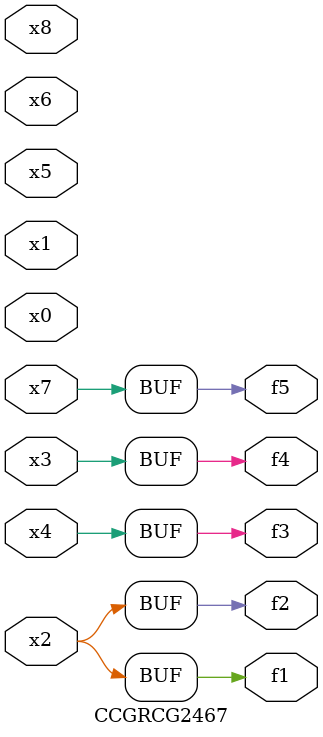
<source format=v>
module CCGRCG2467(
	input x0, x1, x2, x3, x4, x5, x6, x7, x8,
	output f1, f2, f3, f4, f5
);
	assign f1 = x2;
	assign f2 = x2;
	assign f3 = x4;
	assign f4 = x3;
	assign f5 = x7;
endmodule

</source>
